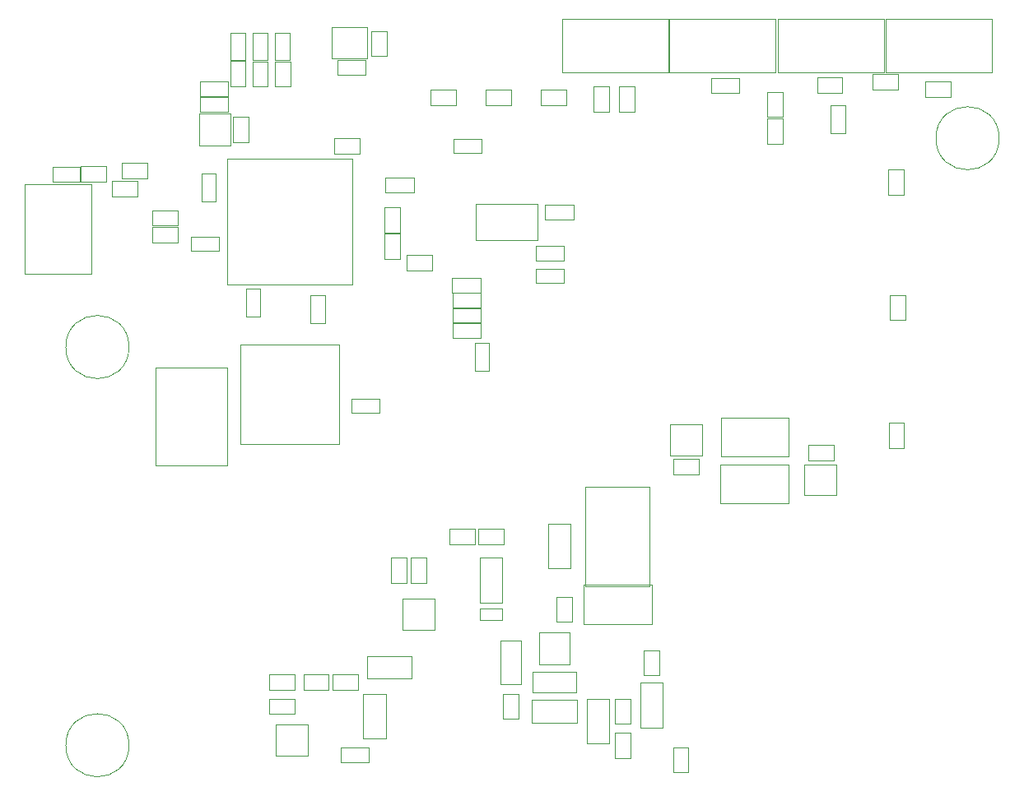
<source format=gbr>
G04 #@! TF.FileFunction,Other,User*
%FSLAX46Y46*%
G04 Gerber Fmt 4.6, Leading zero omitted, Abs format (unit mm)*
G04 Created by KiCad (PCBNEW 4.0.2-stable) date 4/8/2016 7:07:07 PM*
%MOMM*%
G01*
G04 APERTURE LIST*
%ADD10C,0.100000*%
%ADD11C,0.050000*%
G04 APERTURE END LIST*
D10*
D11*
X103328800Y-65635200D02*
X103328800Y-78535200D01*
X116228800Y-65635200D02*
X116228800Y-78535200D01*
X103328800Y-65635200D02*
X116228800Y-65635200D01*
X103328800Y-78535200D02*
X116228800Y-78535200D01*
X95969600Y-87151200D02*
X95969600Y-97151200D01*
X95969600Y-97151200D02*
X103369600Y-97151200D01*
X103369600Y-97151200D02*
X103369600Y-87151200D01*
X103369600Y-87151200D02*
X95969600Y-87151200D01*
X114878800Y-94965200D02*
X114878800Y-84765200D01*
X104678800Y-94965200D02*
X104678800Y-84765200D01*
X114878800Y-94965200D02*
X104678800Y-94965200D01*
X114878800Y-84765200D02*
X104678800Y-84765200D01*
X128890160Y-70255520D02*
X128890160Y-73955520D01*
X135290160Y-70255520D02*
X135290160Y-73955520D01*
X128890160Y-70255520D02*
X135290160Y-70255520D01*
X128890160Y-73955520D02*
X135290160Y-73955520D01*
X119631800Y-67576000D02*
X122531800Y-67576000D01*
X119631800Y-69076000D02*
X122531800Y-69076000D01*
X119631800Y-67576000D02*
X119631800Y-69076000D01*
X122531800Y-67576000D02*
X122531800Y-69076000D01*
X113424400Y-79677600D02*
X113424400Y-82577600D01*
X111924400Y-79677600D02*
X111924400Y-82577600D01*
X113424400Y-79677600D02*
X111924400Y-79677600D01*
X113424400Y-82577600D02*
X111924400Y-82577600D01*
X116118980Y-90291220D02*
X119018980Y-90291220D01*
X116118980Y-91791220D02*
X119018980Y-91791220D01*
X116118980Y-90291220D02*
X116118980Y-91791220D01*
X119018980Y-90291220D02*
X119018980Y-91791220D01*
X100697600Y-70042700D02*
X100697600Y-67142700D01*
X102197600Y-70042700D02*
X102197600Y-67142700D01*
X100697600Y-70042700D02*
X102197600Y-70042700D01*
X100697600Y-67142700D02*
X102197600Y-67142700D01*
X102491200Y-75121200D02*
X99591200Y-75121200D01*
X102491200Y-73621200D02*
X99591200Y-73621200D01*
X102491200Y-75121200D02*
X102491200Y-73621200D01*
X99591200Y-75121200D02*
X99591200Y-73621200D01*
X106769600Y-78966400D02*
X106769600Y-81866400D01*
X105269600Y-78966400D02*
X105269600Y-81866400D01*
X106769600Y-78966400D02*
X105269600Y-78966400D01*
X106769600Y-81866400D02*
X105269600Y-81866400D01*
X135085160Y-76933360D02*
X137985160Y-76933360D01*
X135085160Y-78433360D02*
X137985160Y-78433360D01*
X135085160Y-76933360D02*
X135085160Y-78433360D01*
X137985160Y-76933360D02*
X137985160Y-78433360D01*
X135085160Y-74571160D02*
X137985160Y-74571160D01*
X135085160Y-76071160D02*
X137985160Y-76071160D01*
X135085160Y-74571160D02*
X135085160Y-76071160D01*
X137985160Y-74571160D02*
X137985160Y-76071160D01*
X130310320Y-84544240D02*
X130310320Y-87444240D01*
X128810320Y-84544240D02*
X128810320Y-87444240D01*
X130310320Y-84544240D02*
X128810320Y-84544240D01*
X130310320Y-87444240D02*
X128810320Y-87444240D01*
X129420280Y-80937800D02*
X126520280Y-80937800D01*
X129420280Y-79437800D02*
X126520280Y-79437800D01*
X129420280Y-80937800D02*
X129420280Y-79437800D01*
X126520280Y-80937800D02*
X126520280Y-79437800D01*
X117578800Y-56985600D02*
X114678800Y-56985600D01*
X117578800Y-55485600D02*
X114678800Y-55485600D01*
X117578800Y-56985600D02*
X117578800Y-55485600D01*
X114678800Y-56985600D02*
X114678800Y-55485600D01*
X129430440Y-82492280D02*
X126530440Y-82492280D01*
X129430440Y-80992280D02*
X126530440Y-80992280D01*
X129430440Y-82492280D02*
X129430440Y-80992280D01*
X126530440Y-82492280D02*
X126530440Y-80992280D01*
X129430440Y-84046760D02*
X126530440Y-84046760D01*
X129430440Y-82546760D02*
X126530440Y-82546760D01*
X129430440Y-84046760D02*
X129430440Y-82546760D01*
X126530440Y-84046760D02*
X126530440Y-82546760D01*
X165406111Y-62983153D02*
X165406111Y-60083153D01*
X166906111Y-62983153D02*
X166906111Y-60083153D01*
X165406111Y-62983153D02*
X166906111Y-62983153D01*
X165406111Y-60083153D02*
X166906111Y-60083153D01*
X156035624Y-58814032D02*
X153135624Y-58814032D01*
X156035624Y-57314032D02*
X153135624Y-57314032D01*
X156035624Y-58814032D02*
X156035624Y-57314032D01*
X153135624Y-58814032D02*
X153135624Y-57314032D01*
X103415760Y-59154760D02*
X100515760Y-59154760D01*
X103415760Y-57654760D02*
X100515760Y-57654760D01*
X103415760Y-59154760D02*
X103415760Y-57654760D01*
X100515760Y-59154760D02*
X100515760Y-57654760D01*
X103436080Y-60772740D02*
X100536080Y-60772740D01*
X103436080Y-59272740D02*
X100536080Y-59272740D01*
X103436080Y-60772740D02*
X103436080Y-59272740D01*
X100536080Y-60772740D02*
X100536080Y-59272740D01*
X126616800Y-63537400D02*
X129516800Y-63537400D01*
X126616800Y-65037400D02*
X129516800Y-65037400D01*
X126616800Y-63537400D02*
X126616800Y-65037400D01*
X129516800Y-63537400D02*
X129516800Y-65037400D01*
X138650000Y-103200000D02*
X138650000Y-107800000D01*
X136350000Y-103200000D02*
X136350000Y-107800000D01*
X138650000Y-103200000D02*
X136350000Y-103200000D01*
X138650000Y-107800000D02*
X136350000Y-107800000D01*
X131650000Y-113100000D02*
X129350000Y-113100000D01*
X131650000Y-111900000D02*
X129350000Y-111900000D01*
X131650000Y-113100000D02*
X131650000Y-111900000D01*
X129350000Y-113100000D02*
X129350000Y-111900000D01*
X129350000Y-111300000D02*
X129350000Y-106700000D01*
X131650000Y-111300000D02*
X131650000Y-106700000D01*
X129350000Y-111300000D02*
X131650000Y-111300000D01*
X129350000Y-106700000D02*
X131650000Y-106700000D01*
X117350000Y-125300000D02*
X117350000Y-120700000D01*
X119650000Y-125300000D02*
X119650000Y-120700000D01*
X117350000Y-125300000D02*
X119650000Y-125300000D01*
X117350000Y-120700000D02*
X119650000Y-120700000D01*
X134700000Y-121350000D02*
X139300000Y-121350000D01*
X134700000Y-123650000D02*
X139300000Y-123650000D01*
X134700000Y-121350000D02*
X134700000Y-123650000D01*
X139300000Y-121350000D02*
X139300000Y-123650000D01*
X142650000Y-121200000D02*
X142650000Y-125800000D01*
X140350000Y-121200000D02*
X140350000Y-125800000D01*
X142650000Y-121200000D02*
X140350000Y-121200000D01*
X142650000Y-125800000D02*
X140350000Y-125800000D01*
X117950000Y-127750000D02*
X115050000Y-127750000D01*
X117950000Y-126250000D02*
X115050000Y-126250000D01*
X117950000Y-127750000D02*
X117950000Y-126250000D01*
X115050000Y-127750000D02*
X115050000Y-126250000D01*
X122300000Y-119150000D02*
X117700000Y-119150000D01*
X122300000Y-116850000D02*
X117700000Y-116850000D01*
X122300000Y-119150000D02*
X122300000Y-116850000D01*
X117700000Y-119150000D02*
X117700000Y-116850000D01*
X148139800Y-119569200D02*
X148139800Y-124169200D01*
X145839800Y-119569200D02*
X145839800Y-124169200D01*
X148139800Y-119569200D02*
X145839800Y-119569200D01*
X148139800Y-124169200D02*
X145839800Y-124169200D01*
X134750000Y-118450000D02*
X139250000Y-118450000D01*
X139250000Y-118450000D02*
X139250000Y-120550000D01*
X139250000Y-120550000D02*
X134750000Y-120550000D01*
X134750000Y-118450000D02*
X134750000Y-120550000D01*
X133550000Y-115250000D02*
X133550000Y-119750000D01*
X133550000Y-119750000D02*
X131450000Y-119750000D01*
X131450000Y-119750000D02*
X131450000Y-115250000D01*
X133550000Y-115250000D02*
X131450000Y-115250000D01*
X147000000Y-113500000D02*
X140000000Y-113500000D01*
X140000000Y-113500000D02*
X140000000Y-109500000D01*
X140000000Y-109500000D02*
X147000000Y-109500000D01*
X147000000Y-109500000D02*
X147000000Y-113500000D01*
X146800000Y-109600000D02*
X140200000Y-109600000D01*
X146800000Y-99400000D02*
X140200000Y-99400000D01*
X140200000Y-99400000D02*
X140200000Y-109600000D01*
X146800000Y-99400000D02*
X146800000Y-109600000D01*
X89363200Y-68272600D02*
X89363200Y-77472600D01*
X89363200Y-77472600D02*
X82513200Y-77472600D01*
X82513200Y-77472600D02*
X82513200Y-68272600D01*
X82513200Y-68272600D02*
X89363200Y-68272600D01*
X166038800Y-100279000D02*
X162738800Y-100279000D01*
X162738800Y-100279000D02*
X162738800Y-97079000D01*
X162738800Y-97079000D02*
X166038800Y-97079000D01*
X166038800Y-97079000D02*
X166038800Y-100279000D01*
X148895800Y-92989600D02*
X152195800Y-92989600D01*
X152195800Y-92989600D02*
X152195800Y-96189600D01*
X152195800Y-96189600D02*
X148895800Y-96189600D01*
X148895800Y-96189600D02*
X148895800Y-92989600D01*
X100457200Y-64286400D02*
X100457200Y-60986400D01*
X100457200Y-60986400D02*
X103657200Y-60986400D01*
X103657200Y-60986400D02*
X103657200Y-64286400D01*
X103657200Y-64286400D02*
X100457200Y-64286400D01*
X121350000Y-110900000D02*
X124650000Y-110900000D01*
X124650000Y-110900000D02*
X124650000Y-114100000D01*
X124650000Y-114100000D02*
X121350000Y-114100000D01*
X121350000Y-114100000D02*
X121350000Y-110900000D01*
X108350000Y-123900000D02*
X111650000Y-123900000D01*
X111650000Y-123900000D02*
X111650000Y-127100000D01*
X111650000Y-127100000D02*
X108350000Y-127100000D01*
X108350000Y-127100000D02*
X108350000Y-123900000D01*
X138600000Y-114350000D02*
X138600000Y-117650000D01*
X138600000Y-117650000D02*
X135400000Y-117650000D01*
X135400000Y-117650000D02*
X135400000Y-114350000D01*
X135400000Y-114350000D02*
X138600000Y-114350000D01*
X90885800Y-68008400D02*
X88285800Y-68008400D01*
X90885800Y-66408400D02*
X88285800Y-66408400D01*
X90885800Y-68008400D02*
X90885800Y-66408400D01*
X88285800Y-68008400D02*
X88285800Y-66408400D01*
X94111600Y-69532400D02*
X91511600Y-69532400D01*
X94111600Y-67932400D02*
X91511600Y-67932400D01*
X94111600Y-69532400D02*
X94111600Y-67932400D01*
X91511600Y-69532400D02*
X91511600Y-67932400D01*
X98226400Y-74206000D02*
X95626400Y-74206000D01*
X98226400Y-72606000D02*
X95626400Y-72606000D01*
X98226400Y-74206000D02*
X98226400Y-72606000D01*
X95626400Y-74206000D02*
X95626400Y-72606000D01*
X98226400Y-72504200D02*
X95626400Y-72504200D01*
X98226400Y-70904200D02*
X95626400Y-70904200D01*
X98226400Y-72504200D02*
X98226400Y-70904200D01*
X95626400Y-72504200D02*
X95626400Y-70904200D01*
X142636140Y-58194420D02*
X142636140Y-60794420D01*
X141036140Y-58194420D02*
X141036140Y-60794420D01*
X142636140Y-58194420D02*
X141036140Y-58194420D01*
X142636140Y-60794420D02*
X141036140Y-60794420D01*
X145275200Y-58194420D02*
X145275200Y-60794420D01*
X143675200Y-58194420D02*
X143675200Y-60794420D01*
X145275200Y-58194420D02*
X143675200Y-58194420D01*
X145275200Y-60794420D02*
X143675200Y-60794420D01*
X119519800Y-73207400D02*
X119519800Y-70607400D01*
X121119800Y-73207400D02*
X121119800Y-70607400D01*
X119519800Y-73207400D02*
X121119800Y-73207400D01*
X119519800Y-70607400D02*
X121119800Y-70607400D01*
X121119800Y-73299800D02*
X121119800Y-75899800D01*
X119519800Y-73299800D02*
X119519800Y-75899800D01*
X121119800Y-73299800D02*
X119519800Y-73299800D01*
X121119800Y-75899800D02*
X119519800Y-75899800D01*
X103649880Y-58155360D02*
X103649880Y-55555360D01*
X105249880Y-58155360D02*
X105249880Y-55555360D01*
X103649880Y-58155360D02*
X105249880Y-58155360D01*
X103649880Y-55555360D02*
X105249880Y-55555360D01*
X105935880Y-58180760D02*
X105935880Y-55580760D01*
X107535880Y-58180760D02*
X107535880Y-55580760D01*
X105935880Y-58180760D02*
X107535880Y-58180760D01*
X105935880Y-55580760D02*
X107535880Y-55580760D01*
X92514900Y-66040100D02*
X95114900Y-66040100D01*
X92514900Y-67640100D02*
X95114900Y-67640100D01*
X92514900Y-66040100D02*
X92514900Y-67640100D01*
X95114900Y-66040100D02*
X95114900Y-67640100D01*
X121803640Y-75521920D02*
X124403640Y-75521920D01*
X121803640Y-77121920D02*
X124403640Y-77121920D01*
X121803640Y-75521920D02*
X121803640Y-77121920D01*
X124403640Y-75521920D02*
X124403640Y-77121920D01*
X124277600Y-58534400D02*
X126877600Y-58534400D01*
X124277600Y-60134400D02*
X126877600Y-60134400D01*
X124277600Y-58534400D02*
X124277600Y-60134400D01*
X126877600Y-58534400D02*
X126877600Y-60134400D01*
X129967200Y-58534400D02*
X132567200Y-58534400D01*
X129967200Y-60134400D02*
X132567200Y-60134400D01*
X129967200Y-58534400D02*
X129967200Y-60134400D01*
X132567200Y-58534400D02*
X132567200Y-60134400D01*
X135606000Y-58534400D02*
X138206000Y-58534400D01*
X135606000Y-60134400D02*
X138206000Y-60134400D01*
X135606000Y-58534400D02*
X135606000Y-60134400D01*
X138206000Y-58534400D02*
X138206000Y-60134400D01*
X119773600Y-52446400D02*
X119773600Y-55046400D01*
X118173600Y-52446400D02*
X118173600Y-55046400D01*
X119773600Y-52446400D02*
X118173600Y-52446400D01*
X119773600Y-55046400D02*
X118173600Y-55046400D01*
X172358311Y-58523153D02*
X169758311Y-58523153D01*
X172358311Y-56923153D02*
X169758311Y-56923153D01*
X172358311Y-58523153D02*
X172358311Y-56923153D01*
X169758311Y-58523153D02*
X169758311Y-56923153D01*
X165714200Y-96710400D02*
X163114200Y-96710400D01*
X165714200Y-95110400D02*
X163114200Y-95110400D01*
X165714200Y-96710400D02*
X165714200Y-95110400D01*
X163114200Y-96710400D02*
X163114200Y-95110400D01*
X160465624Y-58719832D02*
X160465624Y-61319832D01*
X158865624Y-58719832D02*
X158865624Y-61319832D01*
X160465624Y-58719832D02*
X158865624Y-58719832D01*
X160465624Y-61319832D02*
X158865624Y-61319832D01*
X160465624Y-61488432D02*
X160465624Y-64088432D01*
X158865624Y-61488432D02*
X158865624Y-64088432D01*
X160465624Y-61488432D02*
X158865624Y-61488432D01*
X160465624Y-64088432D02*
X158865624Y-64088432D01*
X175179200Y-57645400D02*
X177779200Y-57645400D01*
X175179200Y-59245400D02*
X177779200Y-59245400D01*
X175179200Y-57645400D02*
X175179200Y-59245400D01*
X177779200Y-57645400D02*
X177779200Y-59245400D01*
X164028600Y-57213600D02*
X166628600Y-57213600D01*
X164028600Y-58813600D02*
X166628600Y-58813600D01*
X164028600Y-57213600D02*
X164028600Y-58813600D01*
X166628600Y-57213600D02*
X166628600Y-58813600D01*
X149220400Y-96532800D02*
X151820400Y-96532800D01*
X149220400Y-98132800D02*
X151820400Y-98132800D01*
X149220400Y-96532800D02*
X149220400Y-98132800D01*
X151820400Y-96532800D02*
X151820400Y-98132800D01*
X171348500Y-69333900D02*
X171348500Y-66733900D01*
X172948500Y-69333900D02*
X172948500Y-66733900D01*
X171348500Y-69333900D02*
X172948500Y-69333900D01*
X171348500Y-66733900D02*
X172948500Y-66733900D01*
X171475500Y-82237100D02*
X171475500Y-79637100D01*
X173075500Y-82237100D02*
X173075500Y-79637100D01*
X171475500Y-82237100D02*
X173075500Y-82237100D01*
X171475500Y-79637100D02*
X173075500Y-79637100D01*
X171386600Y-95419700D02*
X171386600Y-92819700D01*
X172986600Y-95419700D02*
X172986600Y-92819700D01*
X171386600Y-95419700D02*
X172986600Y-95419700D01*
X171386600Y-92819700D02*
X172986600Y-92819700D01*
X103980080Y-63903380D02*
X103980080Y-61303380D01*
X105580080Y-63903380D02*
X105580080Y-61303380D01*
X103980080Y-63903380D02*
X105580080Y-63903380D01*
X103980080Y-61303380D02*
X105580080Y-61303380D01*
X131800000Y-105300000D02*
X129200000Y-105300000D01*
X131800000Y-103700000D02*
X129200000Y-103700000D01*
X131800000Y-105300000D02*
X131800000Y-103700000D01*
X129200000Y-105300000D02*
X129200000Y-103700000D01*
X128800000Y-105300000D02*
X126200000Y-105300000D01*
X128800000Y-103700000D02*
X126200000Y-103700000D01*
X128800000Y-105300000D02*
X128800000Y-103700000D01*
X126200000Y-105300000D02*
X126200000Y-103700000D01*
X122200000Y-109300000D02*
X122200000Y-106700000D01*
X123800000Y-109300000D02*
X123800000Y-106700000D01*
X122200000Y-109300000D02*
X123800000Y-109300000D01*
X122200000Y-106700000D02*
X123800000Y-106700000D01*
X121800000Y-106700000D02*
X121800000Y-109300000D01*
X120200000Y-106700000D02*
X120200000Y-109300000D01*
X121800000Y-106700000D02*
X120200000Y-106700000D01*
X121800000Y-109300000D02*
X120200000Y-109300000D01*
X110300000Y-122800000D02*
X107700000Y-122800000D01*
X110300000Y-121200000D02*
X107700000Y-121200000D01*
X110300000Y-122800000D02*
X110300000Y-121200000D01*
X107700000Y-122800000D02*
X107700000Y-121200000D01*
X107700000Y-118700000D02*
X110300000Y-118700000D01*
X107700000Y-120300000D02*
X110300000Y-120300000D01*
X107700000Y-118700000D02*
X107700000Y-120300000D01*
X110300000Y-118700000D02*
X110300000Y-120300000D01*
X113800000Y-120300000D02*
X111200000Y-120300000D01*
X113800000Y-118700000D02*
X111200000Y-118700000D01*
X113800000Y-120300000D02*
X113800000Y-118700000D01*
X111200000Y-120300000D02*
X111200000Y-118700000D01*
X150800000Y-126200000D02*
X150800000Y-128800000D01*
X149200000Y-126200000D02*
X149200000Y-128800000D01*
X150800000Y-126200000D02*
X149200000Y-126200000D01*
X150800000Y-128800000D02*
X149200000Y-128800000D01*
X116800000Y-120300000D02*
X114200000Y-120300000D01*
X116800000Y-118700000D02*
X114200000Y-118700000D01*
X116800000Y-120300000D02*
X116800000Y-118700000D01*
X114200000Y-120300000D02*
X114200000Y-118700000D01*
X144800000Y-121200000D02*
X144800000Y-123800000D01*
X143200000Y-121200000D02*
X143200000Y-123800000D01*
X144800000Y-121200000D02*
X143200000Y-121200000D01*
X144800000Y-123800000D02*
X143200000Y-123800000D01*
X133300000Y-120700000D02*
X133300000Y-123300000D01*
X131700000Y-120700000D02*
X131700000Y-123300000D01*
X133300000Y-120700000D02*
X131700000Y-120700000D01*
X133300000Y-123300000D02*
X131700000Y-123300000D01*
X147800000Y-116200000D02*
X147800000Y-118800000D01*
X146200000Y-116200000D02*
X146200000Y-118800000D01*
X147800000Y-116200000D02*
X146200000Y-116200000D01*
X147800000Y-118800000D02*
X146200000Y-118800000D01*
X143200000Y-127300000D02*
X143200000Y-124700000D01*
X144800000Y-127300000D02*
X144800000Y-124700000D01*
X143200000Y-127300000D02*
X144800000Y-127300000D01*
X143200000Y-124700000D02*
X144800000Y-124700000D01*
X137200000Y-113300000D02*
X137200000Y-110700000D01*
X138800000Y-113300000D02*
X138800000Y-110700000D01*
X137200000Y-113300000D02*
X138800000Y-113300000D01*
X137200000Y-110700000D02*
X138800000Y-110700000D01*
X114125600Y-52044800D02*
X117725600Y-52044800D01*
X117725600Y-52044800D02*
X117725600Y-55244800D01*
X117725600Y-55244800D02*
X114125600Y-55244800D01*
X114125600Y-55244800D02*
X114125600Y-52044800D01*
X88191800Y-66483800D02*
X88191800Y-67983800D01*
X88191800Y-67983800D02*
X85391800Y-67983800D01*
X85391800Y-67983800D02*
X85391800Y-66483800D01*
X85391800Y-66483800D02*
X88191800Y-66483800D01*
X105199880Y-55435960D02*
X103699880Y-55435960D01*
X103699880Y-55435960D02*
X103699880Y-52635960D01*
X103699880Y-52635960D02*
X105199880Y-52635960D01*
X105199880Y-52635960D02*
X105199880Y-55435960D01*
X107485880Y-55461360D02*
X105985880Y-55461360D01*
X105985880Y-55461360D02*
X105985880Y-52661360D01*
X105985880Y-52661360D02*
X107485880Y-52661360D01*
X107485880Y-52661360D02*
X107485880Y-55461360D01*
X109797280Y-55461360D02*
X108297280Y-55461360D01*
X108297280Y-55461360D02*
X108297280Y-52661360D01*
X108297280Y-52661360D02*
X109797280Y-52661360D01*
X109797280Y-52661360D02*
X109797280Y-55461360D01*
X154056200Y-97085400D02*
X161056200Y-97085400D01*
X161056200Y-97085400D02*
X161056200Y-101085400D01*
X161056200Y-101085400D02*
X154056200Y-101085400D01*
X154056200Y-101085400D02*
X154056200Y-97085400D01*
X161107000Y-96284800D02*
X154107000Y-96284800D01*
X154107000Y-96284800D02*
X154107000Y-92284800D01*
X154107000Y-92284800D02*
X161107000Y-92284800D01*
X161107000Y-92284800D02*
X161107000Y-96284800D01*
X129399960Y-79373160D02*
X126499960Y-79373160D01*
X129399960Y-77873160D02*
X126499960Y-77873160D01*
X129399960Y-79373160D02*
X129399960Y-77873160D01*
X126499960Y-79373160D02*
X126499960Y-77873160D01*
X108247280Y-58180760D02*
X108247280Y-55580760D01*
X109847280Y-58180760D02*
X109847280Y-55580760D01*
X108247280Y-58180760D02*
X109847280Y-58180760D01*
X108247280Y-55580760D02*
X109847280Y-55580760D01*
X136060520Y-70390320D02*
X138960520Y-70390320D01*
X136060520Y-71890320D02*
X138960520Y-71890320D01*
X136060520Y-70390320D02*
X136060520Y-71890320D01*
X138960520Y-70390320D02*
X138960520Y-71890320D01*
X137796100Y-56754300D02*
X137796100Y-51254300D01*
X137796100Y-51254300D02*
X148696100Y-51254300D01*
X148696100Y-51254300D02*
X148696100Y-56754300D01*
X148696100Y-56754300D02*
X137796100Y-56754300D01*
X148845100Y-56754300D02*
X148845100Y-51254300D01*
X148845100Y-51254300D02*
X159745100Y-51254300D01*
X159745100Y-51254300D02*
X159745100Y-56754300D01*
X159745100Y-56754300D02*
X148845100Y-56754300D01*
X159970300Y-56754300D02*
X159970300Y-51254300D01*
X159970300Y-51254300D02*
X170870300Y-51254300D01*
X170870300Y-51254300D02*
X170870300Y-56754300D01*
X170870300Y-56754300D02*
X159970300Y-56754300D01*
X171095500Y-56754300D02*
X171095500Y-51254300D01*
X171095500Y-51254300D02*
X181995500Y-51254300D01*
X181995500Y-51254300D02*
X181995500Y-56754300D01*
X181995500Y-56754300D02*
X171095500Y-56754300D01*
X114346200Y-63487400D02*
X116946200Y-63487400D01*
X114346200Y-65087400D02*
X116946200Y-65087400D01*
X114346200Y-63487400D02*
X114346200Y-65087400D01*
X116946200Y-63487400D02*
X116946200Y-65087400D01*
X93250000Y-126000000D02*
G75*
G03X93250000Y-126000000I-3250000J0D01*
G01*
X93250000Y-85000000D02*
G75*
G03X93250000Y-85000000I-3250000J0D01*
G01*
X182750000Y-63500000D02*
G75*
G03X182750000Y-63500000I-3250000J0D01*
G01*
M02*

</source>
